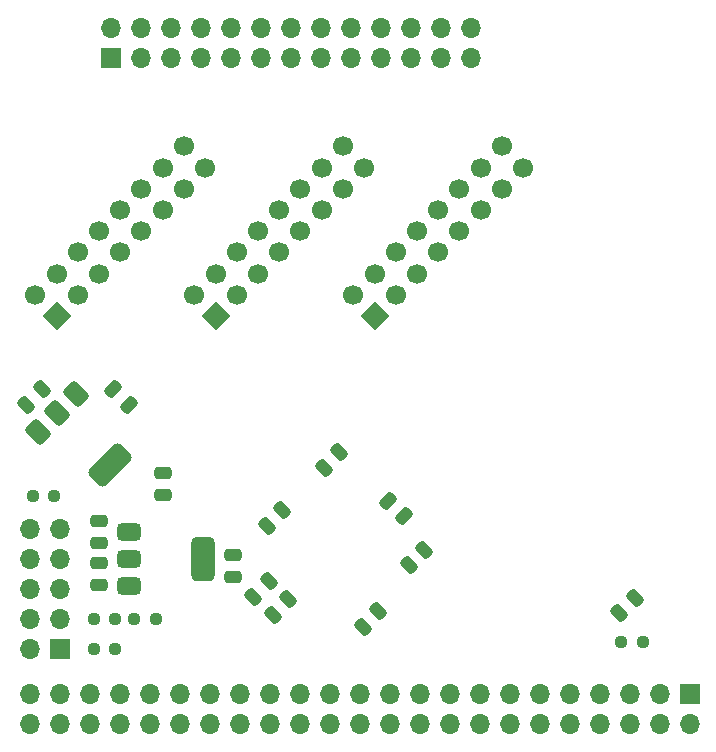
<source format=gbr>
%TF.GenerationSoftware,KiCad,Pcbnew,8.0.4*%
%TF.CreationDate,2024-12-17T16:17:44+07:00*%
%TF.ProjectId,cpld_mux,63706c64-5f6d-4757-982e-6b696361645f,rev?*%
%TF.SameCoordinates,Original*%
%TF.FileFunction,Soldermask,Bot*%
%TF.FilePolarity,Negative*%
%FSLAX46Y46*%
G04 Gerber Fmt 4.6, Leading zero omitted, Abs format (unit mm)*
G04 Created by KiCad (PCBNEW 8.0.4) date 2024-12-17 16:17:44*
%MOMM*%
%LPD*%
G01*
G04 APERTURE LIST*
G04 Aperture macros list*
%AMRoundRect*
0 Rectangle with rounded corners*
0 $1 Rounding radius*
0 $2 $3 $4 $5 $6 $7 $8 $9 X,Y pos of 4 corners*
0 Add a 4 corners polygon primitive as box body*
4,1,4,$2,$3,$4,$5,$6,$7,$8,$9,$2,$3,0*
0 Add four circle primitives for the rounded corners*
1,1,$1+$1,$2,$3*
1,1,$1+$1,$4,$5*
1,1,$1+$1,$6,$7*
1,1,$1+$1,$8,$9*
0 Add four rect primitives between the rounded corners*
20,1,$1+$1,$2,$3,$4,$5,0*
20,1,$1+$1,$4,$5,$6,$7,0*
20,1,$1+$1,$6,$7,$8,$9,0*
20,1,$1+$1,$8,$9,$2,$3,0*%
%AMHorizOval*
0 Thick line with rounded ends*
0 $1 width*
0 $2 $3 position (X,Y) of the first rounded end (center of the circle)*
0 $4 $5 position (X,Y) of the second rounded end (center of the circle)*
0 Add line between two ends*
20,1,$1,$2,$3,$4,$5,0*
0 Add two circle primitives to create the rounded ends*
1,1,$1,$2,$3*
1,1,$1,$4,$5*%
%AMRotRect*
0 Rectangle, with rotation*
0 The origin of the aperture is its center*
0 $1 length*
0 $2 width*
0 $3 Rotation angle, in degrees counterclockwise*
0 Add horizontal line*
21,1,$1,$2,0,0,$3*%
G04 Aperture macros list end*
%ADD10R,1.700000X1.700000*%
%ADD11O,1.700000X1.700000*%
%ADD12RoundRect,0.237500X0.250000X0.237500X-0.250000X0.237500X-0.250000X-0.237500X0.250000X-0.237500X0*%
%ADD13RoundRect,0.250000X-0.512652X-0.159099X-0.159099X-0.512652X0.512652X0.159099X0.159099X0.512652X0*%
%ADD14RotRect,1.700000X1.700000X315.000000*%
%ADD15HorizOval,1.700000X0.000000X0.000000X0.000000X0.000000X0*%
%ADD16RoundRect,0.250000X-0.159099X0.512652X-0.512652X0.159099X0.159099X-0.512652X0.512652X-0.159099X0*%
%ADD17RoundRect,0.250000X0.159099X-0.512652X0.512652X-0.159099X-0.159099X0.512652X-0.512652X0.159099X0*%
%ADD18RoundRect,0.375000X-0.625000X-0.375000X0.625000X-0.375000X0.625000X0.375000X-0.625000X0.375000X0*%
%ADD19RoundRect,0.500000X-0.500000X-1.400000X0.500000X-1.400000X0.500000X1.400000X-0.500000X1.400000X0*%
%ADD20RoundRect,0.250000X-0.475000X0.250000X-0.475000X-0.250000X0.475000X-0.250000X0.475000X0.250000X0*%
%ADD21RoundRect,0.237500X-0.250000X-0.237500X0.250000X-0.237500X0.250000X0.237500X-0.250000X0.237500X0*%
%ADD22RoundRect,0.375000X-0.707107X0.176777X0.176777X-0.707107X0.707107X-0.176777X-0.176777X0.707107X0*%
%ADD23RoundRect,0.500000X-1.343503X-0.636396X-0.636396X-1.343503X1.343503X0.636396X0.636396X1.343503X0*%
G04 APERTURE END LIST*
D10*
%TO.C,JTAG1*%
X25850201Y-73962753D03*
D11*
X23310201Y-73962753D03*
X25850201Y-71422753D03*
X23310201Y-71422753D03*
X25850201Y-68882754D03*
X23310201Y-68882753D03*
X25850201Y-66342753D03*
X23310201Y-66342753D03*
X25850201Y-63802753D03*
X23310201Y-63802753D03*
%TD*%
D10*
%TO.C,J27*%
X30168201Y-23924753D03*
D11*
X30168201Y-21384753D03*
X32708201Y-23924753D03*
X32708201Y-21384753D03*
X35248200Y-23924753D03*
X35248201Y-21384753D03*
X37788201Y-23924753D03*
X37788201Y-21384753D03*
X40328201Y-23924753D03*
X40328201Y-21384753D03*
X42868201Y-23924753D03*
X42868201Y-21384753D03*
X45408201Y-23924753D03*
X45408201Y-21384753D03*
X47948202Y-23924753D03*
X47948201Y-21384753D03*
X50488201Y-23924753D03*
X50488201Y-21384753D03*
X53028201Y-23924753D03*
X53028201Y-21384753D03*
X55568201Y-23924753D03*
X55568201Y-21384753D03*
X58108200Y-23924753D03*
X58108201Y-21384753D03*
X60648201Y-23924753D03*
X60648201Y-21384753D03*
%TD*%
D12*
%TO.C,R1*%
X30572701Y-73962753D03*
X28747701Y-73962753D03*
%TD*%
D13*
%TO.C,C13*%
X53663201Y-61389753D03*
X55006703Y-62733255D03*
%TD*%
D14*
%TO.C,J26*%
X52520201Y-45768753D03*
D15*
X50724150Y-43972702D03*
X54316252Y-43972702D03*
X52520201Y-42176651D03*
X56112303Y-42176651D03*
X54316252Y-40380599D03*
X57908355Y-40380599D03*
X56112303Y-38584548D03*
X59704406Y-38584548D03*
X57908355Y-36788497D03*
X61500457Y-36788497D03*
X59704406Y-34992446D03*
X63296508Y-34992446D03*
X61500457Y-33196394D03*
X65092560Y-33196394D03*
X63296508Y-31400343D03*
%TD*%
D16*
%TO.C,C21*%
X24362952Y-51955002D03*
X23019450Y-53298504D03*
%TD*%
D17*
%TO.C,C15*%
X43376201Y-63548753D03*
X44719703Y-62205251D03*
%TD*%
D18*
%TO.C,U5*%
X31717201Y-68642753D03*
X31717202Y-66342753D03*
D19*
X38017200Y-66342753D03*
D18*
X31717201Y-64042753D03*
%TD*%
D10*
%TO.C,J10_AD2*%
X79190201Y-77772753D03*
D11*
X79190201Y-80312753D03*
X76650201Y-77772753D03*
X76650201Y-80312753D03*
X74110202Y-77772753D03*
X74110201Y-80312753D03*
X71570201Y-77772753D03*
X71570201Y-80312753D03*
X69030201Y-77772753D03*
X69030201Y-80312753D03*
X66490201Y-77772753D03*
X66490201Y-80312753D03*
X63950201Y-77772753D03*
X63950201Y-80312753D03*
X61410200Y-77772753D03*
X61410201Y-80312753D03*
X58870201Y-77772753D03*
X58870201Y-80312753D03*
X56330201Y-77772753D03*
X56330201Y-80312753D03*
X53790201Y-77772753D03*
X53790201Y-80312753D03*
X51250202Y-77772753D03*
X51250201Y-80312753D03*
X48710201Y-77772753D03*
X48710201Y-80312753D03*
X46170201Y-77772753D03*
X46170201Y-80312753D03*
X43630201Y-77772753D03*
X43630201Y-80312753D03*
X41090202Y-77772753D03*
X41090201Y-80312753D03*
X38550200Y-77772753D03*
X38550201Y-80312753D03*
X36010201Y-77772753D03*
X36010201Y-80312753D03*
X33470201Y-77772753D03*
X33470201Y-80312753D03*
X30930201Y-77772753D03*
X30930201Y-80312753D03*
X28390202Y-77772753D03*
X28390201Y-80312753D03*
X25850201Y-77772753D03*
X25850201Y-80312753D03*
X23310201Y-77772753D03*
X23310201Y-80312753D03*
%TD*%
D17*
%TO.C,C17*%
X73248450Y-70951504D03*
X74591952Y-69608002D03*
%TD*%
D20*
%TO.C,C16*%
X29152201Y-66662754D03*
X29152201Y-68562752D03*
%TD*%
D14*
%TO.C,J24*%
X25596201Y-45768753D03*
D15*
X23800150Y-43972702D03*
X27392252Y-43972702D03*
X25596201Y-42176651D03*
X29188303Y-42176651D03*
X27392252Y-40380599D03*
X30984355Y-40380599D03*
X29188303Y-38584548D03*
X32780406Y-38584548D03*
X30984355Y-36788497D03*
X34576457Y-36788497D03*
X32780406Y-34992446D03*
X36372508Y-34992446D03*
X34576457Y-33196394D03*
X38168560Y-33196394D03*
X36372508Y-31400343D03*
%TD*%
D14*
%TO.C,J25*%
X39058201Y-45768753D03*
D15*
X37262150Y-43972702D03*
X40854252Y-43972702D03*
X39058201Y-42176651D03*
X42650303Y-42176651D03*
X40854252Y-40380599D03*
X44446355Y-40380599D03*
X42650303Y-38584548D03*
X46242406Y-38584548D03*
X44446355Y-36788497D03*
X48038457Y-36788497D03*
X46242406Y-34992446D03*
X49834508Y-34992446D03*
X48038457Y-33196394D03*
X51630560Y-33196394D03*
X49834508Y-31400343D03*
%TD*%
D20*
%TO.C,C19*%
X34613201Y-59042754D03*
X34613201Y-60942752D03*
%TD*%
D12*
%TO.C,R2*%
X30572701Y-71422753D03*
X28747701Y-71422753D03*
%TD*%
D17*
%TO.C,C14*%
X55404450Y-66887504D03*
X56747952Y-65544002D03*
%TD*%
D21*
%TO.C,R4*%
X23564201Y-61008753D03*
X25389201Y-61008753D03*
%TD*%
%TO.C,R5*%
X73412201Y-73327753D03*
X75237201Y-73327753D03*
%TD*%
D20*
%TO.C,C22*%
X29152201Y-63106754D03*
X29152201Y-65006752D03*
%TD*%
D17*
%TO.C,C12*%
X51504201Y-72057753D03*
X52847703Y-70714251D03*
%TD*%
D20*
%TO.C,C23*%
X40531401Y-65961753D03*
X40531401Y-67861751D03*
%TD*%
D21*
%TO.C,R3*%
X32153201Y-71422753D03*
X33978201Y-71422753D03*
%TD*%
D16*
%TO.C,C18*%
X43576703Y-68174251D03*
X42233201Y-69517753D03*
%TD*%
D22*
%TO.C,U3*%
X24028469Y-55581712D03*
X25654815Y-53955367D03*
D23*
X30109587Y-58410139D03*
D22*
X27281160Y-52329021D03*
%TD*%
D13*
%TO.C,C20*%
X30348699Y-51918251D03*
X31692201Y-53261753D03*
%TD*%
D17*
%TO.C,C24*%
X48202201Y-58595753D03*
X49545703Y-57252251D03*
%TD*%
D16*
%TO.C,C25*%
X45227703Y-69698251D03*
X43884201Y-71041753D03*
%TD*%
M02*

</source>
